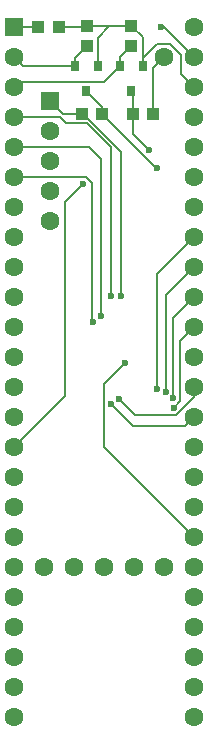
<source format=gtl>
%TF.GenerationSoftware,KiCad,Pcbnew,(6.0.2)*%
%TF.CreationDate,2022-04-24T21:41:02-05:00*%
%TF.ProjectId,thinkpad-teensy-keyboard,7468696e-6b70-4616-942d-7465656e7379,v1.0.0*%
%TF.SameCoordinates,Original*%
%TF.FileFunction,Copper,L1,Top*%
%TF.FilePolarity,Positive*%
%FSLAX46Y46*%
G04 Gerber Fmt 4.6, Leading zero omitted, Abs format (unit mm)*
G04 Created by KiCad (PCBNEW (6.0.2)) date 2022-04-24 21:41:02*
%MOMM*%
%LPD*%
G01*
G04 APERTURE LIST*
%TA.AperFunction,SMDPad,CuDef*%
%ADD10R,0.800000X0.900000*%
%TD*%
%TA.AperFunction,SMDPad,CuDef*%
%ADD11R,1.100000X1.000000*%
%TD*%
%TA.AperFunction,SMDPad,CuDef*%
%ADD12R,1.000000X1.100000*%
%TD*%
%TA.AperFunction,ComponentPad*%
%ADD13R,1.600000X1.600000*%
%TD*%
%TA.AperFunction,ComponentPad*%
%ADD14C,1.600000*%
%TD*%
%TA.AperFunction,ViaPad*%
%ADD15C,0.600000*%
%TD*%
%TA.AperFunction,Conductor*%
%ADD16C,0.200000*%
%TD*%
%TA.AperFunction,Conductor*%
%ADD17C,0.150000*%
%TD*%
G04 APERTURE END LIST*
D10*
%TO.P,Q1,1,G*%
%TO.N,+3V3*%
X123230433Y-52299466D03*
%TO.P,Q1,2,S*%
%TO.N,Net-(Q1-Pad2)*%
X121330433Y-52299466D03*
%TO.P,Q1,3,D*%
%TO.N,Net-(J2-PadP$39)*%
X122280433Y-54399466D03*
%TD*%
D11*
%TO.P,C1,1,1*%
%TO.N,+3V3*%
X116106433Y-48981466D03*
%TO.P,C1,2,2*%
%TO.N,GND*%
X114406433Y-48981466D03*
%TD*%
D12*
%TO.P,R3,1,1*%
%TO.N,Net-(Q1-Pad2)*%
X122280433Y-50593466D03*
%TO.P,R3,2,2*%
%TO.N,+3V3*%
X122280433Y-48893466D03*
%TD*%
D10*
%TO.P,Q2,1,G*%
%TO.N,+3V3*%
X119420433Y-52283466D03*
%TO.P,Q2,2,S*%
%TO.N,Net-(Q2-Pad2)*%
X117520433Y-52283466D03*
%TO.P,Q2,3,D*%
%TO.N,Net-(J2-PadP$37)*%
X118470433Y-54383466D03*
%TD*%
D11*
%TO.P,R5,1,1*%
%TO.N,Net-(J2-PadP$37)*%
X119828433Y-56347466D03*
%TO.P,R5,2,2*%
%TO.N,+5V*%
X118128433Y-56347466D03*
%TD*%
%TO.P,R4,1,1*%
%TO.N,Net-(J2-PadP$39)*%
X122446433Y-56347466D03*
%TO.P,R4,2,2*%
%TO.N,+5V*%
X124146433Y-56347466D03*
%TD*%
D13*
%TO.P,U1,1,GND*%
%TO.N,GND*%
X112374433Y-48981466D03*
D14*
%TO.P,U1,2,0_RX1_CRX2_CS1*%
%TO.N,Net-(Q2-Pad2)*%
X112374433Y-51521466D03*
%TO.P,U1,3,1_TX1_CTX2_MISO1*%
%TO.N,Net-(Q1-Pad2)*%
X112374433Y-54061466D03*
%TO.P,U1,4,2_OUT2*%
%TO.N,Net-(U1-Pad4)*%
X112374433Y-56601466D03*
%TO.P,U1,5,3_LRCLK2*%
%TO.N,Net-(U1-Pad5)*%
X112374433Y-59141466D03*
%TO.P,U1,6,4_BCLK2*%
%TO.N,Net-(U1-Pad6)*%
X112374433Y-61681466D03*
%TO.P,U1,7,5_IN2*%
%TO.N,Net-(U1-Pad7)*%
X112374433Y-64221466D03*
%TO.P,U1,8,6_OUT1D*%
%TO.N,Net-(U1-Pad8)*%
X112374433Y-66761466D03*
%TO.P,U1,9,7_RX2_OUT1A*%
%TO.N,Net-(U1-Pad9)*%
X112374433Y-69301466D03*
%TO.P,U1,10,8_TX2_IN1*%
%TO.N,Net-(U1-Pad10)*%
X112374433Y-71841466D03*
%TO.P,U1,11,9_OUT1C*%
%TO.N,Net-(U1-Pad11)*%
X112374433Y-74381466D03*
%TO.P,U1,12,10_CS_MQSR*%
%TO.N,Net-(U1-Pad12)*%
X112374433Y-76921466D03*
%TO.P,U1,13,11_MOSI_CTX1*%
%TO.N,Net-(J2-PadP$18)*%
X112374433Y-79461466D03*
%TO.P,U1,14,12_MISO_MQSL*%
%TO.N,Net-(J2-PadP$16)*%
X112374433Y-82001466D03*
%TO.P,U1,15,3V3*%
%TO.N,+3V3*%
X112374433Y-84541466D03*
%TO.P,U1,16,24_A10_TX6_SCL2*%
%TO.N,Net-(J2-PadP$14)*%
X112374433Y-87081466D03*
%TO.P,U1,17,25_A11_RX6_SDA2*%
%TO.N,Net-(J2-PadP$12)*%
X112374433Y-89621466D03*
%TO.P,U1,18,26_A12_MOSI1*%
%TO.N,Net-(J2-PadP$10)*%
X112374433Y-92161466D03*
%TO.P,U1,19,27_A13_SCK1*%
%TO.N,unconnected-(U1-Pad19)*%
X112374433Y-94701466D03*
%TO.P,U1,20,28_RX7*%
%TO.N,unconnected-(U1-Pad20)*%
X112374433Y-97241466D03*
%TO.P,U1,21,29_TX7*%
%TO.N,unconnected-(U1-Pad21)*%
X112374433Y-99781466D03*
%TO.P,U1,22,30_CRX3*%
%TO.N,unconnected-(U1-Pad22)*%
X112374433Y-102321466D03*
%TO.P,U1,23,31_CTX3*%
%TO.N,unconnected-(U1-Pad23)*%
X112374433Y-104861466D03*
%TO.P,U1,24,32_OUT1B*%
%TO.N,unconnected-(U1-Pad24)*%
X112374433Y-107401466D03*
%TO.P,U1,25,33_MCLK2*%
%TO.N,unconnected-(U1-Pad25)*%
X127614433Y-107401466D03*
%TO.P,U1,26,34_RX8*%
%TO.N,unconnected-(U1-Pad26)*%
X127614433Y-104861466D03*
%TO.P,U1,27,35_TX8*%
%TO.N,unconnected-(U1-Pad27)*%
X127614433Y-102321466D03*
%TO.P,U1,28,36_CS*%
%TO.N,unconnected-(U1-Pad28)*%
X127614433Y-99781466D03*
%TO.P,U1,29,37_CS*%
%TO.N,unconnected-(U1-Pad29)*%
X127614433Y-97241466D03*
%TO.P,U1,30,38_CS1_IN1*%
%TO.N,unconnected-(U1-Pad30)*%
X127614433Y-94701466D03*
%TO.P,U1,31,39_MISO1_OUT1A*%
%TO.N,Net-(J2-PadP$19)*%
X127614433Y-92161466D03*
%TO.P,U1,32,40_A16*%
%TO.N,Net-(U1-Pad32)*%
X127614433Y-89621466D03*
%TO.P,U1,33,41_A17*%
%TO.N,Net-(J2-PadP$2)*%
X127614433Y-87081466D03*
%TO.P,U1,34,GND*%
%TO.N,GND*%
X127614433Y-84541466D03*
%TO.P,U1,35,13_SCK_LED*%
%TO.N,Net-(J2-PadP$6)*%
X127614433Y-82001466D03*
%TO.P,U1,36,14_A0_TX3_SPDIF_OUT*%
%TO.N,Net-(J2-PadP$8)*%
X127614433Y-79461466D03*
%TO.P,U1,37,15_A1_RX3_SPDIF_IN*%
%TO.N,Net-(J2-PadP$1)*%
X127614433Y-76921466D03*
%TO.P,U1,38,16_A2_RX4_SCL1*%
%TO.N,Net-(U1-Pad38)*%
X127614433Y-74381466D03*
%TO.P,U1,39,17_A3_TX4_SDA1*%
%TO.N,Net-(U1-Pad39)*%
X127614433Y-71841466D03*
%TO.P,U1,40,18_A4_SDA*%
%TO.N,Net-(U1-Pad40)*%
X127614433Y-69301466D03*
%TO.P,U1,41,19_A5_SCL*%
%TO.N,Net-(U1-Pad41)*%
X127614433Y-66761466D03*
%TO.P,U1,42,20_A6_TX5_LRCLK1*%
%TO.N,Net-(U1-Pad42)*%
X127614433Y-64221466D03*
%TO.P,U1,43,21_A7_RX5_BCLK1*%
%TO.N,Net-(U1-Pad43)*%
X127614433Y-61681466D03*
%TO.P,U1,44,22_A8_CTX1*%
%TO.N,Net-(U1-Pad44)*%
X127614433Y-59141466D03*
%TO.P,U1,45,23_A9_CRX1_MCLK1*%
%TO.N,Net-(U1-Pad45)*%
X127614433Y-56601466D03*
%TO.P,U1,46,3V3*%
%TO.N,+3V3*%
X127614433Y-54061466D03*
%TO.P,U1,47,GND*%
%TO.N,GND*%
X127614433Y-51521466D03*
%TO.P,U1,48,VIN*%
%TO.N,+5V*%
X127614433Y-48981466D03*
%TO.P,U1,49,VUSB*%
X125074433Y-51521466D03*
%TO.P,U1,50,VBAT*%
%TO.N,unconnected-(U1-Pad50)*%
X114914433Y-94701466D03*
%TO.P,U1,51,3V3*%
%TO.N,unconnected-(U1-Pad51)*%
X117454433Y-94701466D03*
%TO.P,U1,52,GND*%
%TO.N,unconnected-(U1-Pad52)*%
X119994433Y-94701466D03*
%TO.P,U1,53,PROGRAM*%
%TO.N,unconnected-(U1-Pad53)*%
X122534433Y-94701466D03*
%TO.P,U1,54,ON_OFF*%
%TO.N,unconnected-(U1-Pad54)*%
X125074433Y-94701466D03*
D13*
%TO.P,U1,55,5V*%
%TO.N,+5V*%
X115425233Y-55280666D03*
D14*
%TO.P,U1,56,D-*%
%TO.N,unconnected-(U1-Pad56)*%
X115425233Y-57820666D03*
%TO.P,U1,57,D+*%
%TO.N,unconnected-(U1-Pad57)*%
X115425233Y-60360666D03*
%TO.P,U1,58,GND*%
%TO.N,GND*%
X115425233Y-62900666D03*
%TO.P,U1,59,GND*%
X115425233Y-65440666D03*
%TD*%
D12*
%TO.P,R2,1,1*%
%TO.N,Net-(Q2-Pad2)*%
X118536433Y-50593466D03*
%TO.P,R2,2,2*%
%TO.N,+3V3*%
X118536433Y-48893466D03*
%TD*%
D15*
%TO.N,+5V*%
X121412000Y-71774966D03*
%TO.N,GND*%
X124820433Y-48981466D03*
%TO.N,+3V3*%
X118216433Y-62255966D03*
%TO.N,Net-(J2-PadP$39)*%
X123804433Y-59395466D03*
%TO.N,Net-(J2-PadP$37)*%
X124403933Y-60919466D03*
%TO.N,Net-(U1-Pad41)*%
X124482344Y-79631377D03*
%TO.N,Net-(U1-Pad40)*%
X125220987Y-79937335D03*
%TO.N,Net-(U1-Pad39)*%
X125836089Y-80448073D03*
%TO.N,Net-(U1-Pad38)*%
X125842811Y-81253818D03*
%TO.N,Net-(U1-Pad4)*%
X120567713Y-71806786D03*
%TO.N,Net-(U1-Pad5)*%
X119740433Y-73449966D03*
%TO.N,Net-(U1-Pad6)*%
X119037352Y-73949966D03*
%TO.N,Net-(J2-PadP$8)*%
X121264433Y-80477466D03*
%TO.N,Net-(J2-PadP$6)*%
X120556167Y-80949966D03*
%TO.N,Net-(J2-PadP$19)*%
X121772433Y-77429466D03*
%TD*%
D16*
%TO.N,+5V*%
X124146433Y-56347466D02*
X124146433Y-52449466D01*
X117708433Y-56347466D02*
X116492033Y-56347466D01*
D17*
X118216433Y-56347466D02*
X118128433Y-56347466D01*
X121412000Y-59543033D02*
X118216433Y-56347466D01*
D16*
X124146433Y-52449466D02*
X125074433Y-51521466D01*
D17*
X121412000Y-71774966D02*
X121412000Y-59543033D01*
D16*
X116492033Y-56347466D02*
X115425233Y-55280666D01*
%TO.N,GND*%
X114406433Y-48981466D02*
X112374433Y-48981466D01*
D17*
X127614433Y-51521466D02*
X125074433Y-48981466D01*
X125074433Y-48981466D02*
X124820433Y-48981466D01*
D16*
%TO.N,+3V3*%
X125529866Y-50421955D02*
X126514922Y-51407011D01*
D17*
X116692433Y-80223466D02*
X116692433Y-63779966D01*
D16*
X124457944Y-50421955D02*
X125529866Y-50421955D01*
X126514922Y-51407011D02*
X126514922Y-52961955D01*
X126514922Y-52961955D02*
X127614433Y-54061466D01*
D17*
X112374433Y-84541466D02*
X116692433Y-80223466D01*
D16*
X123230433Y-51649466D02*
X124457944Y-50421955D01*
X120414433Y-48893466D02*
X122280433Y-48893466D01*
X118536433Y-48893466D02*
X120414433Y-48893466D01*
X122280433Y-48893466D02*
X123230433Y-49843466D01*
X119420433Y-52283466D02*
X119420433Y-49887466D01*
X118448433Y-48981466D02*
X118536433Y-48893466D01*
X123230433Y-52299466D02*
X123230433Y-51649466D01*
X119420433Y-49887466D02*
X120414433Y-48893466D01*
X123230433Y-49843466D02*
X123230433Y-52299466D01*
D17*
X116692433Y-63779966D02*
X118216433Y-62255966D01*
D16*
X116106433Y-48981466D02*
X118448433Y-48981466D01*
%TO.N,Net-(Q2-Pad2)*%
X117520433Y-51609466D02*
X118536433Y-50593466D01*
X117520433Y-52283466D02*
X117520433Y-51609466D01*
X117520433Y-52283466D02*
X113136433Y-52283466D01*
X113136433Y-52283466D02*
X112374433Y-51521466D01*
%TO.N,Net-(J2-PadP$39)*%
X122446433Y-58037466D02*
X122446433Y-56347466D01*
X122446433Y-54565466D02*
X122280433Y-54399466D01*
X123804433Y-59395466D02*
X122446433Y-58037466D01*
X122446433Y-56347466D02*
X122446433Y-54565466D01*
%TO.N,Net-(Q1-Pad2)*%
X119995944Y-53633955D02*
X112801944Y-53633955D01*
X121330433Y-52299466D02*
X121330433Y-51543466D01*
X121330433Y-52299466D02*
X119995944Y-53633955D01*
X121330433Y-51543466D02*
X122280433Y-50593466D01*
X112801944Y-53633955D02*
X112374433Y-54061466D01*
%TO.N,Net-(J2-PadP$37)*%
X124403933Y-60919466D02*
X124400433Y-60919466D01*
X119828433Y-55741466D02*
X118470433Y-54383466D01*
X124400433Y-60919466D02*
X119828433Y-56347466D01*
X119828433Y-56347466D02*
X119828433Y-55741466D01*
%TO.N,Net-(U1-Pad41)*%
X124482344Y-69893555D02*
X127614433Y-66761466D01*
X124482344Y-79631377D02*
X124482344Y-69893555D01*
%TO.N,Net-(U1-Pad40)*%
X125220987Y-71694912D02*
X127614433Y-69301466D01*
X125220987Y-79937335D02*
X125220987Y-71694912D01*
D17*
%TO.N,Net-(U1-Pad39)*%
X125836089Y-80448073D02*
X125836089Y-73619810D01*
X125836089Y-73619810D02*
X127614433Y-71841466D01*
%TO.N,Net-(U1-Pad38)*%
X125842811Y-81253818D02*
X126410600Y-80686029D01*
X126410600Y-80686029D02*
X126410600Y-75585299D01*
X126410600Y-75585299D02*
X127614433Y-74381466D01*
%TO.N,Net-(U1-Pad4)*%
X116216382Y-56601466D02*
X112374433Y-56601466D01*
X120567713Y-71806786D02*
X120567713Y-59193042D01*
X118496648Y-57121977D02*
X116736893Y-57121977D01*
X120567713Y-59193042D02*
X118496648Y-57121977D01*
X116736893Y-57121977D02*
X116216382Y-56601466D01*
%TO.N,Net-(U1-Pad5)*%
X118724433Y-59141466D02*
X112374433Y-59141466D01*
X119740433Y-73449966D02*
X119740433Y-60157466D01*
X119740433Y-60157466D02*
X118724433Y-59141466D01*
%TO.N,Net-(U1-Pad6)*%
X119037352Y-73949966D02*
X118978433Y-73891047D01*
X118978433Y-62189466D02*
X118470433Y-61681466D01*
X118978433Y-73891047D02*
X118978433Y-62189466D01*
X118470433Y-61681466D02*
X112374433Y-61681466D01*
%TO.N,Net-(J2-PadP$8)*%
X126080782Y-81828329D02*
X127614433Y-80294678D01*
X121264433Y-80477466D02*
X122615296Y-81828329D01*
X127614433Y-80294678D02*
X127614433Y-79461466D01*
X122615296Y-81828329D02*
X126080782Y-81828329D01*
%TO.N,Net-(J2-PadP$6)*%
X120556167Y-80949966D02*
X122407666Y-82801465D01*
X122407666Y-82801465D02*
X126814434Y-82801465D01*
X126814434Y-82801465D02*
X127614433Y-82001466D01*
%TO.N,Net-(J2-PadP$19)*%
X121772433Y-77429466D02*
X119981656Y-79220243D01*
X119981656Y-79220243D02*
X119981656Y-84528689D01*
X119981656Y-84528689D02*
X127614433Y-92161466D01*
%TD*%
M02*

</source>
